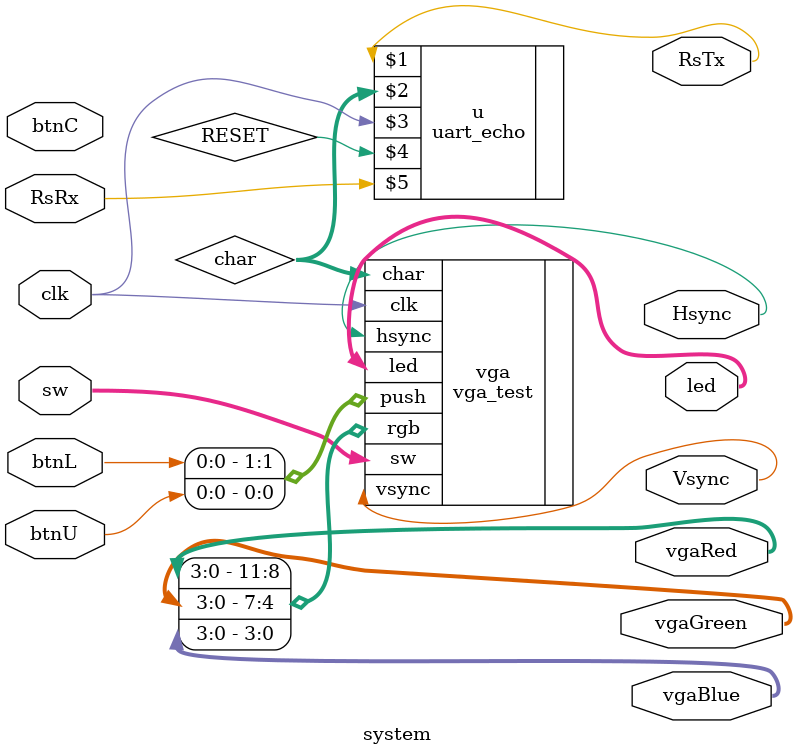
<source format=v>
`timescale 1ns / 1ps
module system(
    output wire RsTx,
    input wire RsRx,
    output wire[15:0] led,
    output wire [3:0]vgaRed, vgaGreen, vgaBlue,
    output wire Hsync, Vsync,
    input wire [11:0]sw,
    input btnC, btnU, btnL, clk
    );
    
wire[7:0] char;
    
vga_test vga(
    .clk(clk), 
    .sw(sw),
    .push({btnL, btnU}),
    .hsync(Hsync),
    .vsync(Vsync),
    .rgb({vgaRed, vgaGreen, vgaBlue}),
    .char(char),
    .led(led)
    
);

uart_echo u(
   // Outputs
   RsTx,char,
   // Inputs
   clk, RESET, RsRx
    );
endmodule

</source>
